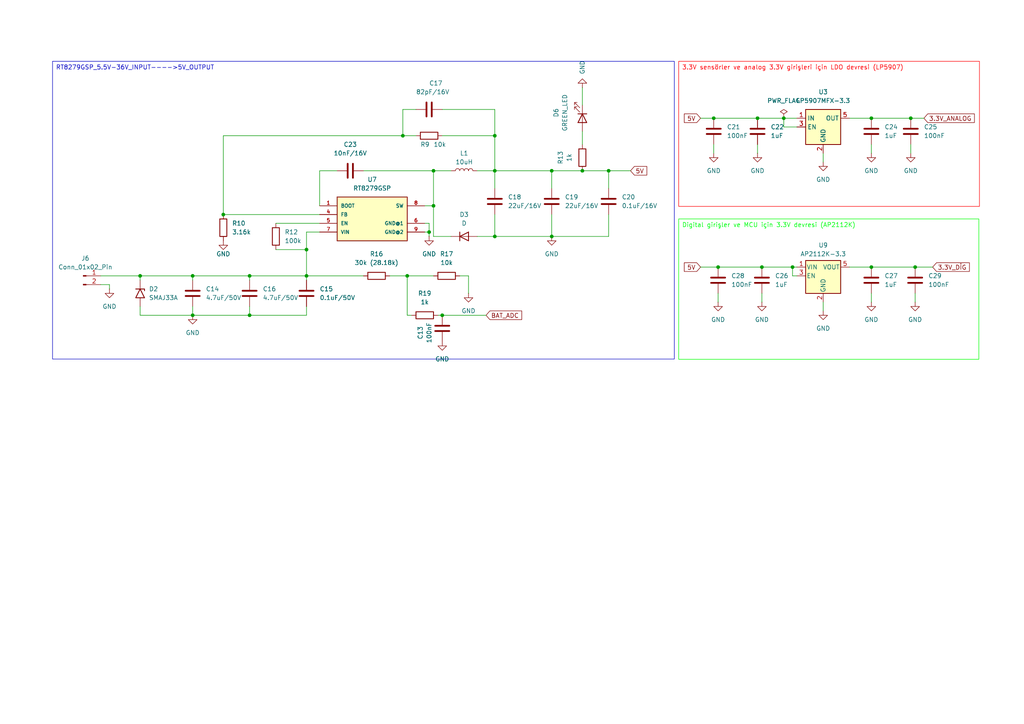
<source format=kicad_sch>
(kicad_sch (version 20250114) (generator "eeschema") (generator_version "9.0")
  (paper "A4")
  (lib_symbols
    (symbol "Connector:Conn_01x02_Pin" (pin_names (offset 1.016) (hide yes))
      (property "Reference" "J" (at 0 2.54 0))
      (property "Value" "Conn_01x02_Pin" (at 0 -5.08 0))
      (symbol "Conn_01x02_Pin_1_1"
        (rectangle (start 0.8636 0.127) (end 0 -0.127) (stroke (width 0.1524)) (fill (type outline)))
        (rectangle (start 0.8636 -2.413) (end 0 -2.667) (stroke (width 0.1524)) (fill (type outline)))
        (polyline (pts (xy 1.27 0) (xy 0.8636 0)) (stroke (width 0.1524)))
        (polyline (pts (xy 1.27 -2.54) (xy 0.8636 -2.54)) (stroke (width 0.1524)))
        (pin passive line (at 5.08 0 180) (length 3.81) (name "Pin_1") (number "1"))
        (pin passive line (at 5.08 -2.54 180) (length 3.81) (name "Pin_2") (number "2"))
      )
    )
    (symbol "Device:C" (pin_numbers (hide yes)) (pin_names (offset 0.254))
      (property "Reference" "C" (at 0.635 2.54 0))
      (property "Value" "C" (at 0.635 -2.54 0))
      (symbol "C_0_1"
        (polyline (pts (xy -2.032 0.762) (xy 2.032 0.762)) (stroke (width 0.508)))
        (polyline (pts (xy -2.032 -0.762) (xy 2.032 -0.762)) (stroke (width 0.508)))
      )
      (symbol "C_1_1"
        (pin passive line (at 0 3.81 270) (length 2.794) (name "~") (number "1"))
        (pin passive line (at 0 -3.81 90) (length 2.794) (name "~") (number "2"))
      )
    )
    (symbol "Device:D" (pin_numbers (hide yes)) (pin_names (offset 1.016) (hide yes))
      (property "Reference" "D" (at 0 2.54 0))
      (property "Value" "D" (at 0 -2.54 0))
      (symbol "D_0_1"
        (polyline (pts (xy -1.27 1.27) (xy -1.27 -1.27)) (stroke (width 0.254)))
        (polyline (pts (xy 1.27 1.27) (xy 1.27 -1.27) (xy -1.27 0) (xy 1.27 1.27)) (stroke (width 0.254)))
        (polyline (pts (xy 1.27 0) (xy -1.27 0)))
      )
      (symbol "D_1_1"
        (pin passive line (at -3.81 0 0) (length 2.54) (name "K") (number "1"))
        (pin passive line (at 3.81 0 180) (length 2.54) (name "A") (number "2"))
      )
    )
    (symbol "Device:L" (pin_numbers (hide yes)) (pin_names (offset 1.016) (hide yes))
      (property "Reference" "L" (at -1.27 0 90))
      (property "Value" "L" (at 1.905 0 90))
      (symbol "L_0_1"
        (arc (start 0 2.54) (mid 0.6323 1.905) (end 0 1.27))
        (arc (start 0 1.27) (mid 0.6323 0.635) (end 0 0))
        (arc (start 0 0) (mid 0.6323 -0.635) (end 0 -1.27))
        (arc (start 0 -1.27) (mid 0.6323 -1.905) (end 0 -2.54))
      )
      (symbol "L_1_1"
        (pin passive line (at 0 3.81 270) (length 1.27) (name "1") (number "1"))
        (pin passive line (at 0 -3.81 90) (length 1.27) (name "2") (number "2"))
      )
    )
    (symbol "Device:LED" (pin_numbers (hide yes)) (pin_names (offset 1.016) (hide yes))
      (property "Reference" "D" (at 0 2.54 0))
      (property "Value" "LED" (at 0 -2.54 0))
      (symbol "LED_0_1"
        (polyline (pts (xy -3.048 -0.762) (xy -4.572 -2.286) (xy -3.81 -2.286) (xy -4.572 -2.286) (xy -4.572 -1.524)))
        (polyline (pts (xy -1.778 -0.762) (xy -3.302 -2.286) (xy -2.54 -2.286) (xy -3.302 -2.286) (xy -3.302 -1.524)))
        (polyline (pts (xy -1.27 0) (xy 1.27 0)))
        (polyline (pts (xy -1.27 -1.27) (xy -1.27 1.27)) (stroke (width 0.254)))
        (polyline (pts (xy 1.27 -1.27) (xy 1.27 1.27) (xy -1.27 0) (xy 1.27 -1.27)) (stroke (width 0.254)))
      )
      (symbol "LED_1_1"
        (pin passive line (at -3.81 0 0) (length 2.54) (name "K") (number "1"))
        (pin passive line (at 3.81 0 180) (length 2.54) (name "A") (number "2"))
      )
    )
    (symbol "Device:R" (pin_numbers (hide yes)) (pin_names (offset 0))
      (property "Reference" "R" (at 2.032 0 90))
      (property "Value" "R" (at 0 0 90))
      (symbol "R_0_1"
        (rectangle (start -1.016 -2.54) (end 1.016 2.54) (stroke (width 0.254)))
      )
      (symbol "R_1_1"
        (pin passive line (at 0 3.81 270) (length 1.27) (name "~") (number "1"))
        (pin passive line (at 0 -3.81 90) (length 1.27) (name "~") (number "2"))
      )
    )
    (symbol "Diode:SMAJ33A" (pin_numbers (hide yes)) (pin_names (offset 1.016) (hide yes))
      (property "Reference" "D" (at 0 2.54 0))
      (property "Value" "SMAJ33A" (at 0 -2.54 0))
      (symbol "SMAJ33A_0_1"
        (polyline (pts (xy -0.762 1.27) (xy -1.27 1.27) (xy -1.27 -1.27)) (stroke (width 0.254)))
        (polyline (pts (xy 1.27 1.27) (xy 1.27 -1.27) (xy -1.27 0) (xy 1.27 1.27)) (stroke (width 0.254)))
      )
      (symbol "SMAJ33A_1_1"
        (pin passive line (at -3.81 0 0) (length 2.54) (name "A1") (number "1"))
        (pin passive line (at 3.81 0 180) (length 2.54) (name "A2") (number "2"))
      )
    )
    (symbol "RT8279GSP:RT8279GSP" (pin_names (offset 1.016))
      (property "Reference" "U" (at -10.1753 5.0877 0))
      (property "Value" "RT8279GSP" (at -10.1682 -10.1682 0))
      (symbol "RT8279GSP_0_0"
        (rectangle (start -10.16 -7.62) (end 10.16 5.08) (stroke (width 0.254)) (fill (type background)))
        (pin input line (at -15.24 2.54 0) (length 5.08) (name "BOOT") (number "1"))
        (pin input line (at -15.24 0 0) (length 5.08) (name "FB") (number "4"))
        (pin input line (at -15.24 -2.54 0) (length 5.08) (name "EN") (number "5"))
        (pin input line (at -15.24 -5.08 0) (length 5.08) (name "VIN") (number "7"))
        (pin output line (at 15.24 2.54 180) (length 5.08) (name "SW") (number "8"))
        (pin power_in line (at 15.24 -2.54 180) (length 5.08) (name "GND@1") (number "6"))
        (pin power_in line (at 15.24 -5.08 180) (length 5.08) (name "GND@2") (number "9"))
      )
    )
    (symbol "Regulator_Linear:AP2112K-3.3" (pin_names (offset 0.254))
      (property "Reference" "U" (at -5.08 5.715 0))
      (property "Value" "AP2112K-3.3" (at 0 5.715 0))
      (symbol "AP2112K-3.3_0_1"
        (rectangle (start -5.08 4.445) (end 5.08 -5.08) (stroke (width 0.254)) (fill (type background)))
      )
      (symbol "AP2112K-3.3_1_1"
        (pin power_in line (at -7.62 2.54 0) (length 2.54) (name "VIN") (number "1"))
        (pin input line (at -7.62 0 0) (length 2.54) (name "EN") (number "3"))
        (pin power_in line (at 0 -7.62 90) (length 2.54) (name "GND") (number "2"))
        (pin no_connect line (at 5.08 0 180) (length 2.54) (hide yes) (name "NC") (number "4"))
        (pin power_out line (at 7.62 2.54 180) (length 2.54) (name "VOUT") (number "5"))
      )
    )
    (symbol "Regulator_Linear:LP5907MFX-3.3"
      (property "Reference" "U" (at -3.81 6.35 0))
      (property "Value" "LP5907MFX-3.3" (at 6.35 6.35 0))
      (symbol "LP5907MFX-3.3_0_1"
        (rectangle (start -5.08 -5.08) (end 5.08 5.08) (stroke (width 0.254)) (fill (type background)))
        (pin power_in line (at -7.62 2.54 0) (length 2.54) (name "IN") (number "1"))
        (pin input line (at -7.62 0 0) (length 2.54) (name "EN") (number "3"))
        (pin power_in line (at 0 -7.62 90) (length 2.54) (name "GND") (number "2"))
        (pin no_connect line (at 5.08 0 180) (length 2.54) (hide yes) (name "NC") (number "4"))
        (pin power_out line (at 7.62 2.54 180) (length 2.54) (name "OUT") (number "5"))
      )
    )
    (symbol "power:GND" (power) (pin_numbers (hide yes)) (pin_names (offset 0) (hide yes))
      (property "Value" "GND" (at 0 -3.81 0))
      (symbol "GND_0_1"
        (polyline (pts (xy 0 0) (xy 0 -1.27) (xy 1.27 -1.27) (xy 0 -2.54) (xy -1.27 -1.27) (xy 0 -1.27)))
      )
      (symbol "GND_1_1"
        (pin power_in line (at 0 0 270) (length 0) (name "~") (number "1"))
      )
    )
    (symbol "power:PWR_FLAG" (power) (pin_numbers (hide yes)) (pin_names (offset 0) (hide yes))
      (property "Value" "PWR_FLAG" (at 0 3.81 0))
      (symbol "PWR_FLAG_0_0"
        (pin power_out line (at 0 0 90) (length 0) (name "~") (number "1"))
      )
      (symbol "PWR_FLAG_0_1"
        (polyline (pts (xy 0 0) (xy 0 1.27) (xy -1.016 1.905) (xy 0 2.54) (xy 1.016 1.905) (xy 0 1.27)))
      )
    )
  )
  (text_box "3.3V sensörler ve analog 3.3V girişleri için LDO devresi (LP5907)" (at 196.85 17.78 0) (size 87.233 42.0846) (margins 0.9525 0.9525 0.9525 0.9525) (stroke (width 0) (color 255 0 4 1)) (effects (font (size 1.27 1.27)) (justify left top)))
  (text_box "RT8279GSP_5.5V-36V_INPUT---->5V_OUTPUT" (at 15.24 17.78 0) (size 180.34 86.36) (margins 0.9525 0.9525 0.9525 0.9525) (effects (font (size 1.27 1.27)) (justify left top)))
  (text_box "Digital girişler ve MCU için 3.3V devresi (AP2112K)" (at 196.85 63.5 0) (size 87.0584 40.7153) (margins 0.9525 0.9525 0.9525 0.9525) (stroke (width 0) (color 0 255 3 1)) (effects (font (size 1.27 1.27)) (justify left top)))
  (junction (at 143.51 49.53))
  (junction (at 208.28 77.47))
  (junction (at 160.02 49.53))
  (junction (at 72.39 91.44))
  (junction (at 252.73 77.47))
  (junction (at 252.73 34.29))
  (junction (at 128.27 91.44))
  (junction (at 125.73 59.69))
  (junction (at 207.01 34.29))
  (junction (at 55.88 80.01))
  (junction (at 176.53 49.53))
  (junction (at 265.43 77.47))
  (junction (at 220.98 77.47))
  (junction (at 125.73 49.53))
  (junction (at 160.02 68.58))
  (junction (at 88.9 72.39))
  (junction (at 168.91 49.53))
  (junction (at 116.84 39.37))
  (junction (at 72.39 80.01))
  (junction (at 229.87 77.47))
  (junction (at 88.9 80.01))
  (junction (at 143.51 68.58))
  (junction (at 227.33 34.29))
  (junction (at 124.46 67.31))
  (junction (at 64.77 62.23))
  (junction (at 40.64 80.01))
  (junction (at 264.16 34.29))
  (junction (at 118.11 80.01))
  (junction (at 143.51 39.37))
  (junction (at 219.71 34.29))
  (junction (at 55.88 91.44))
  (wire (pts (xy 125.73 49.53) (xy 130.81 49.53)))
  (wire (pts (xy 92.71 59.69) (xy 92.71 49.53)))
  (wire (pts (xy 160.02 49.53) (xy 168.91 49.53)))
  (wire (pts (xy 88.9 80.01) (xy 105.41 80.01)))
  (wire (pts (xy 227.33 36.83) (xy 227.33 34.29)))
  (wire (pts (xy 203.2 77.47) (xy 208.28 77.47)))
  (wire (pts (xy 219.71 34.29) (xy 227.33 34.29)))
  (wire (pts (xy 208.28 77.47) (xy 220.98 77.47)))
  (wire (pts (xy 207.01 41.91) (xy 207.01 44.45)))
  (wire (pts (xy 160.02 49.53) (xy 160.02 54.61)))
  (wire (pts (xy 220.98 77.47) (xy 229.87 77.47)))
  (wire (pts (xy 40.64 80.01) (xy 55.88 80.01)))
  (wire (pts (xy 116.84 39.37) (xy 64.77 39.37)))
  (wire (pts (xy 124.46 67.31) (xy 124.46 68.58)))
  (wire (pts (xy 124.46 64.77) (xy 124.46 67.31)))
  (wire (pts (xy 120.65 39.37) (xy 116.84 39.37)))
  (wire (pts (xy 72.39 88.9) (xy 72.39 91.44)))
  (wire (pts (xy 207.01 34.29) (xy 219.71 34.29)))
  (wire (pts (xy 229.87 80.01) (xy 229.87 77.47)))
  (wire (pts (xy 219.71 41.91) (xy 219.71 44.45)))
  (wire (pts (xy 55.88 91.44) (xy 40.64 91.44)))
  (wire (pts (xy 265.43 85.09) (xy 265.43 87.63)))
  (wire (pts (xy 231.14 80.01) (xy 229.87 80.01)))
  (wire (pts (xy 176.53 49.53) (xy 176.53 54.61)))
  (wire (pts (xy 160.02 68.58) (xy 143.51 68.58)))
  (wire (pts (xy 72.39 91.44) (xy 55.88 91.44)))
  (wire (pts (xy 88.9 88.9) (xy 88.9 91.44)))
  (wire (pts (xy 229.87 77.47) (xy 231.14 77.47)))
  (wire (pts (xy 72.39 81.28) (xy 72.39 80.01)))
  (wire (pts (xy 80.01 64.77) (xy 92.71 64.77)))
  (wire (pts (xy 143.51 68.58) (xy 143.51 62.23)))
  (wire (pts (xy 118.11 91.44) (xy 119.38 91.44)))
  (wire (pts (xy 238.76 44.45) (xy 238.76 46.99)))
  (wire (pts (xy 135.89 80.01) (xy 135.89 85.09)))
  (wire (pts (xy 246.38 77.47) (xy 252.73 77.47)))
  (wire (pts (xy 92.71 67.31) (xy 88.9 67.31)))
  (wire (pts (xy 246.38 34.29) (xy 252.73 34.29)))
  (wire (pts (xy 128.27 91.44) (xy 140.97 91.44)))
  (wire (pts (xy 80.01 72.39) (xy 88.9 72.39)))
  (wire (pts (xy 176.53 49.53) (xy 182.88 49.53)))
  (wire (pts (xy 203.2 34.29) (xy 207.01 34.29)))
  (wire (pts (xy 227.33 34.29) (xy 231.14 34.29)))
  (wire (pts (xy 118.11 80.01) (xy 125.73 80.01)))
  (wire (pts (xy 120.65 31.75) (xy 116.84 31.75)))
  (wire (pts (xy 220.98 85.09) (xy 220.98 87.63)))
  (wire (pts (xy 29.21 80.01) (xy 40.64 80.01)))
  (wire (pts (xy 264.16 34.29) (xy 267.97 34.29)))
  (wire (pts (xy 238.76 87.63) (xy 238.76 90.17)))
  (wire (pts (xy 168.91 41.91) (xy 168.91 38.1)))
  (wire (pts (xy 113.03 80.01) (xy 118.11 80.01)))
  (wire (pts (xy 252.73 85.09) (xy 252.73 87.63)))
  (wire (pts (xy 128.27 31.75) (xy 143.51 31.75)))
  (wire (pts (xy 31.75 82.55) (xy 31.75 83.82)))
  (wire (pts (xy 168.91 30.48) (xy 168.91 25.4)))
  (wire (pts (xy 123.19 64.77) (xy 124.46 64.77)))
  (wire (pts (xy 105.41 49.53) (xy 125.73 49.53)))
  (wire (pts (xy 264.16 41.91) (xy 264.16 44.45)))
  (wire (pts (xy 208.28 85.09) (xy 208.28 87.63)))
  (wire (pts (xy 143.51 39.37) (xy 143.51 49.53)))
  (wire (pts (xy 143.51 31.75) (xy 143.51 39.37)))
  (wire (pts (xy 252.73 77.47) (xy 265.43 77.47)))
  (wire (pts (xy 265.43 77.47) (xy 270.51 77.47)))
  (wire (pts (xy 55.88 81.28) (xy 55.88 80.01)))
  (wire (pts (xy 29.21 82.55) (xy 31.75 82.55)))
  (wire (pts (xy 143.51 54.61) (xy 143.51 49.53)))
  (wire (pts (xy 176.53 68.58) (xy 160.02 68.58)))
  (wire (pts (xy 116.84 31.75) (xy 116.84 39.37)))
  (wire (pts (xy 88.9 72.39) (xy 88.9 80.01)))
  (wire (pts (xy 88.9 81.28) (xy 88.9 80.01)))
  (wire (pts (xy 252.73 34.29) (xy 264.16 34.29)))
  (wire (pts (xy 168.91 49.53) (xy 176.53 49.53)))
  (wire (pts (xy 143.51 49.53) (xy 160.02 49.53)))
  (wire (pts (xy 133.35 80.01) (xy 135.89 80.01)))
  (wire (pts (xy 160.02 62.23) (xy 160.02 68.58)))
  (wire (pts (xy 55.88 80.01) (xy 72.39 80.01)))
  (wire (pts (xy 125.73 49.53) (xy 125.73 59.69)))
  (wire (pts (xy 92.71 49.53) (xy 97.79 49.53)))
  (wire (pts (xy 64.77 39.37) (xy 64.77 62.23)))
  (wire (pts (xy 252.73 41.91) (xy 252.73 44.45)))
  (wire (pts (xy 127 91.44) (xy 128.27 91.44)))
  (wire (pts (xy 55.88 88.9) (xy 55.88 91.44)))
  (wire (pts (xy 125.73 68.58) (xy 130.81 68.58)))
  (wire (pts (xy 88.9 91.44) (xy 72.39 91.44)))
  (wire (pts (xy 231.14 36.83) (xy 227.33 36.83)))
  (wire (pts (xy 128.27 39.37) (xy 143.51 39.37)))
  (wire (pts (xy 88.9 67.31) (xy 88.9 72.39)))
  (wire (pts (xy 176.53 62.23) (xy 176.53 68.58)))
  (wire (pts (xy 123.19 59.69) (xy 125.73 59.69)))
  (wire (pts (xy 118.11 80.01) (xy 118.11 91.44)))
  (wire (pts (xy 88.9 80.01) (xy 72.39 80.01)))
  (wire (pts (xy 40.64 81.28) (xy 40.64 80.01)))
  (wire (pts (xy 40.64 88.9) (xy 40.64 91.44)))
  (wire (pts (xy 138.43 49.53) (xy 143.51 49.53)))
  (wire (pts (xy 125.73 59.69) (xy 125.73 68.58)))
  (wire (pts (xy 64.77 62.23) (xy 92.71 62.23)))
  (wire (pts (xy 123.19 67.31) (xy 124.46 67.31)))
  (wire (pts (xy 138.43 68.58) (xy 143.51 68.58)))
  (global_label "5V" (shape input) (at 182.88 49.53 0) (property "Intersheetrefs" "${INTERSHEET_REFS}" (effects (hide yes))))
  (global_label "5V" (shape input) (at 203.2 34.29 180) (property "Intersheetrefs" "${INTERSHEET_REFS}" (effects (hide yes))))
  (global_label "3.3V_DİG" (shape input) (at 270.51 77.47 0) (property "Intersheetrefs" "${INTERSHEET_REFS}" (effects (hide yes))))
  (global_label "BAT_ADC" (shape input) (at 140.97 91.44 0) (property "Intersheetrefs" "${INTERSHEET_REFS}" (effects (hide yes))))
  (global_label "5V" (shape input) (at 203.2 77.47 180) (property "Intersheetrefs" "${INTERSHEET_REFS}" (effects (hide yes))))
  (global_label "3.3V_ANALOG" (shape input) (at 267.97 34.29 0) (property "Intersheetrefs" "${INTERSHEET_REFS}" (effects (hide yes))))
  (symbol (lib_id "Device:C") (at 143.51 58.42 0) (unit 1)
    (property "Reference" "C18" (at 147.32 57.1499 0) (effects (justify left)))
    (property "Value" "22uF/16V" (at 147.32 59.6899 0) (effects (justify left)))
    (property "Footprint" "Capacitor_SMD:C_0603_1608Metric" (effects (hide yes)))
    (property "Description" "Unpolarized capacitor" (effects (hide yes)))
  )
  (symbol (lib_id "power:GND") (at 265.43 87.63 0) (unit 1)
    (property "Reference" "#PWR037" (effects (hide yes)))
    (property "Value" "GND" (at 265.43 92.71 0))
    (property "Description" "Power symbol creates a global label with name \"GND\" , ground" (effects (hide yes)))
  )
  (symbol (lib_id "Device:C") (at 160.02 58.42 0) (unit 1)
    (property "Reference" "C19" (at 163.83 57.1499 0) (effects (justify left)))
    (property "Value" "22uF/16V" (at 163.83 59.6899 0) (effects (justify left)))
    (property "Footprint" "Capacitor_SMD:C_0603_1608Metric" (effects (hide yes)))
    (property "Description" "Unpolarized capacitor" (effects (hide yes)))
  )
  (symbol (lib_id "power:GND") (at 220.98 87.63 0) (unit 1)
    (property "Reference" "#PWR034" (effects (hide yes)))
    (property "Value" "GND" (at 220.98 92.71 0))
    (property "Description" "Power symbol creates a global label with name \"GND\" , ground" (effects (hide yes)))
  )
  (symbol (lib_id "Diode:SMAJ33A") (at 40.64 85.09 270) (unit 1)
    (property "Reference" "D2" (at 43.18 83.8199 90) (effects (justify left)))
    (property "Value" "SMAJ33A" (at 43.18 86.3599 90) (effects (justify left)))
    (property "Footprint" "Diode_SMD:D_SMA" (effects (hide yes)))
    (property "Datasheet" "https://www.littelfuse.com/media?resourcetype=datasheets&itemid=75e32973-b177-4ee3-a0ff-cedaf1abdb93&filename=smaj-datasheet" (effects (hide yes)))
    (property "Description" "400W unidirectional Transient Voltage Suppressor, 33.0Vr, SMA(DO-214AC)" (effects (hide yes)))
  )
  (symbol (lib_id "power:GND") (at 207.01 44.45 0) (unit 1)
    (property "Reference" "#PWR029" (effects (hide yes)))
    (property "Value" "GND" (at 207.01 49.53 0))
    (property "Description" "Power symbol creates a global label with name \"GND\" , ground" (effects (hide yes)))
  )
  (symbol (lib_id "power:GND") (at 252.73 87.63 0) (unit 1)
    (property "Reference" "#PWR036" (effects (hide yes)))
    (property "Value" "GND" (at 252.73 92.71 0))
    (property "Description" "Power symbol creates a global label with name \"GND\" , ground" (effects (hide yes)))
  )
  (symbol (lib_id "power:GND") (at 238.76 46.99 0) (unit 1)
    (property "Reference" "#PWR07" (effects (hide yes)))
    (property "Value" "GND" (at 238.76 52.07 0))
    (property "Description" "Power symbol creates a global label with name \"GND\" , ground" (effects (hide yes)))
  )
  (symbol (lib_id "power:GND") (at 208.28 87.63 0) (unit 1)
    (property "Reference" "#PWR033" (effects (hide yes)))
    (property "Value" "GND" (at 208.28 92.71 0))
    (property "Description" "Power symbol creates a global label with name \"GND\" , ground" (effects (hide yes)))
  )
  (symbol (lib_id "Device:R") (at 129.54 80.01 270) (unit 1)
    (property "Reference" "R17" (at 129.54 73.66 90))
    (property "Value" "10k" (at 129.54 76.2 90))
    (property "Footprint" "Resistor_SMD:R_0805_2012Metric" (effects (hide yes)))
    (property "Description" "Resistor" (effects (hide yes)))
  )
  (symbol (lib_id "Device:L") (at 134.62 49.53 90) (unit 1)
    (property "Reference" "L1" (at 134.62 44.45 90))
    (property "Value" "10uH" (at 134.62 46.99 90))
    (property "Footprint" "Inductor_SMD:L_APV_ANR4026" (effects (hide yes)))
    (property "Description" "Inductor" (effects (hide yes)))
  )
  (symbol (lib_id "Device:R") (at 123.19 91.44 270) (unit 1)
    (property "Reference" "R19" (at 123.19 85.09 90))
    (property "Value" "1k" (at 123.19 87.63 90))
    (property "Footprint" "Resistor_SMD:R_0805_2012Metric" (effects (hide yes)))
    (property "Description" "Resistor" (effects (hide yes)))
  )
  (symbol (lib_id "Device:R") (at 80.01 68.58 0) (unit 1)
    (property "Reference" "R12" (at 82.55 67.3099 0) (effects (justify left)))
    (property "Value" "100k" (at 82.55 69.8499 0) (effects (justify left)))
    (property "Footprint" "Resistor_SMD:R_0603_1608Metric" (effects (hide yes)))
    (property "Description" "Resistor" (effects (hide yes)))
  )
  (symbol (lib_id "power:GND") (at 64.77 69.85 0) (unit 1)
    (property "Reference" "#PWR025" (effects (hide yes)))
    (property "Value" "GND" (at 64.77 73.66 0))
    (property "Description" "Power symbol creates a global label with name \"GND\" , ground" (effects (hide yes)))
  )
  (symbol (lib_id "Device:C") (at 219.71 38.1 0) (unit 1)
    (property "Reference" "C22" (at 223.52 36.8299 0) (effects (justify left)))
    (property "Value" "1uF" (at 223.52 39.3699 0) (effects (justify left)))
    (property "Footprint" "Capacitor_SMD:C_0402_1005Metric" (effects (hide yes)))
    (property "Description" "Unpolarized capacitor" (effects (hide yes)))
  )
  (symbol (lib_id "Device:C") (at 252.73 81.28 0) (unit 1)
    (property "Reference" "C27" (at 256.54 80.0099 0) (effects (justify left)))
    (property "Value" "1uF" (at 256.54 82.5499 0) (effects (justify left)))
    (property "Footprint" "Capacitor_SMD:C_0402_1005Metric" (effects (hide yes)))
    (property "Description" "Unpolarized capacitor" (effects (hide yes)))
  )
  (symbol (lib_id "power:GND") (at 135.89 85.09 0) (unit 1)
    (property "Reference" "#PWR048" (effects (hide yes)))
    (property "Value" "GND" (at 135.89 90.17 0))
    (property "Description" "Power symbol creates a global label with name \"GND\" , ground" (effects (hide yes)))
  )
  (symbol (lib_id "power:GND") (at 55.88 91.44 0) (unit 1)
    (property "Reference" "#PWR024" (effects (hide yes)))
    (property "Value" "GND" (at 55.88 96.52 0))
    (property "Description" "Power symbol creates a global label with name \"GND\" , ground" (effects (hide yes)))
  )
  (symbol (lib_id "Device:C") (at 252.73 38.1 0) (unit 1)
    (property "Reference" "C24" (at 256.54 36.8299 0) (effects (justify left)))
    (property "Value" "1uF" (at 256.54 39.3699 0) (effects (justify left)))
    (property "Footprint" "Capacitor_SMD:C_0402_1005Metric" (effects (hide yes)))
    (property "Description" "Unpolarized capacitor" (effects (hide yes)))
  )
  (symbol (lib_id "power:GND") (at 219.71 44.45 0) (unit 1)
    (property "Reference" "#PWR030" (effects (hide yes)))
    (property "Value" "GND" (at 219.71 49.53 0))
    (property "Description" "Power symbol creates a global label with name \"GND\" , ground" (effects (hide yes)))
  )
  (symbol (lib_id "power:GND") (at 264.16 44.45 0) (unit 1)
    (property "Reference" "#PWR032" (effects (hide yes)))
    (property "Value" "GND" (at 264.16 49.53 0))
    (property "Description" "Power symbol creates a global label with name \"GND\" , ground" (effects (hide yes)))
  )
  (symbol (lib_id "Device:C") (at 265.43 81.28 0) (unit 1)
    (property "Reference" "C29" (at 269.24 80.0099 0) (effects (justify left)))
    (property "Value" "100nF" (at 269.24 82.5499 0) (effects (justify left)))
    (property "Footprint" "Capacitor_SMD:C_0603_1608Metric" (effects (hide yes)))
    (property "Description" "Unpolarized capacitor" (effects (hide yes)))
  )
  (symbol (lib_id "Device:C") (at 101.6 49.53 90) (unit 1)
    (property "Reference" "C23" (at 101.6 41.91 90))
    (property "Value" "10nF/16V" (at 101.6 44.45 90))
    (property "Footprint" "Capacitor_SMD:C_0603_1608Metric" (effects (hide yes)))
    (property "Description" "Unpolarized capacitor" (effects (hide yes)))
  )
  (symbol (lib_id "Device:C") (at 55.88 85.09 0) (unit 1)
    (property "Reference" "C14" (at 59.69 83.8199 0) (effects (justify left)))
    (property "Value" "4.7uF/50V" (at 59.69 86.3599 0) (effects (justify left)))
    (property "Footprint" "Capacitor_SMD:C_0603_1608Metric" (effects (hide yes)))
    (property "Description" "Unpolarized capacitor" (effects (hide yes)))
  )
  (symbol (lib_id "Device:R") (at 168.91 45.72 180) (unit 1)
    (property "Reference" "R13" (at 162.56 45.72 90))
    (property "Value" "1k" (at 165.1 45.72 90))
    (property "Footprint" "Resistor_SMD:R_0402_1005Metric" (effects (hide yes)))
    (property "Description" "Resistor" (effects (hide yes)))
  )
  (symbol (lib_id "power:GND") (at 31.75 83.82 0) (unit 1)
    (property "Reference" "#PWR028" (effects (hide yes)))
    (property "Value" "GND" (at 31.75 88.9 0))
    (property "Description" "Power symbol creates a global label with name \"GND\" , ground" (effects (hide yes)))
  )
  (symbol (lib_id "Device:R") (at 124.46 39.37 270) (unit 1)
    (property "Reference" "R9" (at 121.92 41.91 90) (effects (justify left)))
    (property "Value" "10k" (at 125.73 41.91 90) (effects (justify left)))
    (property "Footprint" "Resistor_SMD:R_0603_1608Metric" (effects (hide yes)))
    (property "Description" "Resistor" (effects (hide yes)))
  )
  (symbol (lib_id "power:GND") (at 168.91 25.4 180) (unit 1)
    (property "Reference" "#PWR043" (effects (hide yes)))
    (property "Value" "GND" (at 168.9099 21.59 90) (effects (justify right)))
    (property "Description" "Power symbol creates a global label with name \"GND\" , ground" (effects (hide yes)))
  )
  (symbol (lib_id "Device:D") (at 134.62 68.58 0) (unit 1)
    (property "Reference" "D3" (at 134.62 62.23 0))
    (property "Value" "D" (at 134.62 64.77 0))
    (property "Footprint" "Diode_SMD:D_SMC" (effects (hide yes)))
    (property "Description" "Diode" (effects (hide yes)))
    (property "Sim.Device" "D" (effects (hide yes)))
    (property "Sim.Pins" "1=K 2=A" (effects (hide yes)))
  )
  (symbol (lib_id "power:GND") (at 238.76 90.17 0) (unit 1)
    (property "Reference" "#PWR035" (effects (hide yes)))
    (property "Value" "GND" (at 238.76 95.25 0))
    (property "Description" "Power symbol creates a global label with name \"GND\" , ground" (effects (hide yes)))
  )
  (symbol (lib_id "Device:C") (at 220.98 81.28 0) (unit 1)
    (property "Reference" "C26" (at 224.79 80.0099 0) (effects (justify left)))
    (property "Value" "1uF" (at 224.79 82.5499 0) (effects (justify left)))
    (property "Footprint" "Capacitor_SMD:C_0402_1005Metric" (effects (hide yes)))
    (property "Description" "Unpolarized capacitor" (effects (hide yes)))
  )
  (symbol (lib_id "Device:C") (at 72.39 85.09 0) (unit 1)
    (property "Reference" "C16" (at 76.2 83.8199 0) (effects (justify left)))
    (property "Value" "4.7uF/50V" (at 76.2 86.3599 0) (effects (justify left)))
    (property "Footprint" "Capacitor_SMD:C_0603_1608Metric" (effects (hide yes)))
    (property "Description" "Unpolarized capacitor" (effects (hide yes)))
  )
  (symbol (lib_id "power:GND") (at 252.73 44.45 0) (unit 1)
    (property "Reference" "#PWR031" (effects (hide yes)))
    (property "Value" "GND" (at 252.73 49.53 0))
    (property "Description" "Power symbol creates a global label with name \"GND\" , ground" (effects (hide yes)))
  )
  (symbol (lib_id "Regulator_Linear:AP2112K-3.3") (at 238.76 80.01 0) (unit 1)
    (property "Reference" "U9" (at 238.76 71.12 0))
    (property "Value" "AP2112K-3.3" (at 238.76 73.66 0))
    (property "Footprint" "Package_TO_SOT_SMD:SOT-23-5" (effects (hide yes)))
    (property "Datasheet" "https://www.diodes.com/assets/Datasheets/AP2112.pdf" (effects (hide yes)))
    (property "Description" "600mA low dropout linear regulator, with enable pin, 3.8V-6V input voltage range, 3.3V fixed positive output, SOT-23-5" (effects (hide yes)))
  )
  (symbol (lib_id "Device:C") (at 124.46 31.75 270) (unit 1)
    (property "Reference" "C17" (at 124.46 24.13 90) (effects (justify left)))
    (property "Value" "82pF/16V" (at 120.65 26.67 90) (effects (justify left)))
    (property "Footprint" "Capacitor_SMD:C_0603_1608Metric" (effects (hide yes)))
    (property "Description" "Unpolarized capacitor" (effects (hide yes)))
  )
  (symbol (lib_id "Device:C") (at 176.53 58.42 0) (unit 1)
    (property "Reference" "C20" (at 180.34 57.1499 0) (effects (justify left)))
    (property "Value" "0.1uF/16V" (at 180.34 59.6899 0) (effects (justify left)))
    (property "Footprint" "Capacitor_SMD:C_0603_1608Metric" (effects (hide yes)))
    (property "Description" "Unpolarized capacitor" (effects (hide yes)))
  )
  (symbol (lib_id "Device:C") (at 264.16 38.1 0) (unit 1)
    (property "Reference" "C25" (at 267.97 36.8299 0) (effects (justify left)))
    (property "Value" "100nF" (at 267.97 39.3699 0) (effects (justify left)))
    (property "Footprint" "Capacitor_SMD:C_0603_1608Metric" (effects (hide yes)))
    (property "Description" "Unpolarized capacitor" (effects (hide yes)))
  )
  (symbol (lib_id "RT8279GSP:RT8279GSP") (at 107.95 62.23 0) (unit 1)
    (property "Reference" "U7" (at 107.95 52.07 0))
    (property "Value" "RT8279GSP" (at 107.95 54.61 0))
    (property "Footprint" "RT8279GSP:SOIC127P600X175-9N" (effects (hide yes)))
    (property "MF" "Richtek USA" (effects (hide yes)))
    (property "Description_1" "\n                        \n                            Buck Switching Regulator IC Positive Adjustable 1.222V 1 Output 5A 8-SOIC (0.154, 3.90mm Width) Exposed Pad\n                        \n" (effects (hide yes)))
    (property "Package" "SOP-8 Richtek" (effects (hide yes)))
    (property "Price" "None" (effects (hide yes)))
    (property "Check_prices" "https://www.snapeda.com/parts/RT8279GSP/Richtek/view-part/?ref=eda" (effects (hide yes)))
    (property "SnapEDA_Link" "https://www.snapeda.com/parts/RT8279GSP/Richtek/view-part/?ref=snap" (effects (hide yes)))
    (property "MP" "RT8279GSP" (effects (hide yes)))
    (property "Availability" "In Stock" (effects (hide yes)))
    (property "MANUFACTURER" "Richtek" (effects (hide yes)))
  )
  (symbol (lib_id "power:GND") (at 124.46 68.58 0) (unit 1)
    (property "Reference" "#PWR026" (effects (hide yes)))
    (property "Value" "GND" (at 124.46 73.66 0))
    (property "Description" "Power symbol creates a global label with name \"GND\" , ground" (effects (hide yes)))
  )
  (symbol (lib_id "Device:R") (at 64.77 66.04 0) (unit 1)
    (property "Reference" "R10" (at 67.31 64.7699 0) (effects (justify left)))
    (property "Value" "3.16k" (at 67.31 67.3099 0) (effects (justify left)))
    (property "Footprint" "Resistor_SMD:R_0603_1608Metric" (effects (hide yes)))
    (property "Description" "Resistor" (effects (hide yes)))
  )
  (symbol (lib_id "Connector:Conn_01x02_Pin") (at 24.13 80.01 0) (unit 1)
    (property "Reference" "J6" (at 24.765 74.93 0))
    (property "Value" "Conn_01x02_Pin" (at 24.765 77.47 0))
    (property "Footprint" "Connector_Wire:SolderWire-0.1sqmm_1x02_P3.6mm_D0.4mm_OD1mm" (effects (hide yes)))
    (property "Description" "Generic connector, single row, 01x02, script generated" (effects (hide yes)))
  )
  (symbol (lib_id "Device:R") (at 109.22 80.01 270) (unit 1)
    (property "Reference" "R16" (at 109.22 73.66 90))
    (property "Value" "30k (28.18k)" (at 109.22 76.2 90))
    (property "Footprint" "Resistor_SMD:R_0805_2012Metric" (effects (hide yes)))
    (property "Description" "Resistor" (effects (hide yes)))
  )
  (symbol (lib_id "Device:LED") (at 168.91 34.29 270) (unit 1)
    (property "Reference" "D6" (at 161.29 32.7025 0))
    (property "Value" "GREEN_LED" (at 163.83 32.7025 0))
    (property "Footprint" "LED_SMD:LED_0603_1608Metric" (effects (hide yes)))
    (property "Description" "Light emitting diode" (effects (hide yes)))
  )
  (symbol (lib_id "power:GND") (at 160.02 68.58 0) (unit 1)
    (property "Reference" "#PWR027" (effects (hide yes)))
    (property "Value" "GND" (at 160.02 73.66 0))
    (property "Description" "Power symbol creates a global label with name \"GND\" , ground" (effects (hide yes)))
  )
  (symbol (lib_id "Device:C") (at 88.9 85.09 0) (unit 1)
    (property "Reference" "C15" (at 92.71 83.8199 0) (effects (justify left)))
    (property "Value" "0.1uF/50V" (at 92.71 86.3599 0) (effects (justify left)))
    (property "Footprint" "Capacitor_SMD:C_0603_1608Metric" (effects (hide yes)))
    (property "Description" "Unpolarized capacitor" (effects (hide yes)))
  )
  (symbol (lib_id "Regulator_Linear:LP5907MFX-3.3") (at 238.76 36.83 0) (unit 1)
    (property "Reference" "U3" (at 238.76 26.67 0))
    (property "Value" "LP5907MFX-3.3" (at 238.76 29.21 0))
    (property "Footprint" "Package_TO_SOT_SMD:SOT-23-5" (effects (hide yes)))
    (property "Datasheet" "http://www.ti.com/lit/ds/symlink/lp5907.pdf" (effects (hide yes)))
    (property "Description" "250-mA Ultra-Low-Noise Low-IQ LDO, 3.3V, SOT-23" (effects (hide yes)))
  )
  (symbol (lib_id "power:PWR_FLAG") (at 227.33 34.29 0) (unit 1)
    (property "Reference" "#FLG01" (effects (hide yes)))
    (property "Value" "PWR_FLAG" (at 227.33 29.21 0))
    (property "Description" "Special symbol for telling ERC where power comes from" (effects (hide yes)))
  )
  (symbol (lib_id "power:GND") (at 128.27 99.06 0) (unit 1)
    (property "Reference" "#PWR046" (effects (hide yes)))
    (property "Value" "GND" (at 128.27 104.14 0))
    (property "Description" "Power symbol creates a global label with name \"GND\" , ground" (effects (hide yes)))
  )
  (symbol (lib_id "Device:C") (at 208.28 81.28 0) (unit 1)
    (property "Reference" "C28" (at 212.09 80.0099 0) (effects (justify left)))
    (property "Value" "100nF" (at 212.09 82.5499 0) (effects (justify left)))
    (property "Footprint" "Capacitor_SMD:C_0603_1608Metric" (effects (hide yes)))
    (property "Description" "Unpolarized capacitor" (effects (hide yes)))
  )
  (symbol (lib_id "Device:C") (at 207.01 38.1 0) (unit 1)
    (property "Reference" "C21" (at 210.82 36.8299 0) (effects (justify left)))
    (property "Value" "100nF" (at 210.82 39.3699 0) (effects (justify left)))
    (property "Footprint" "Capacitor_SMD:C_0603_1608Metric" (effects (hide yes)))
    (property "Description" "Unpolarized capacitor" (effects (hide yes)))
  )
  (symbol (lib_id "Device:C") (at 128.27 95.25 180) (unit 1)
    (property "Reference" "C13" (at 121.92 96.52 90))
    (property "Value" "100nF" (at 124.46 96.52 90))
    (property "Footprint" "Capacitor_SMD:C_0603_1608Metric" (effects (hide yes)))
    (property "Description" "Unpolarized capacitor" (effects (hide yes)))
  )
)
</source>
